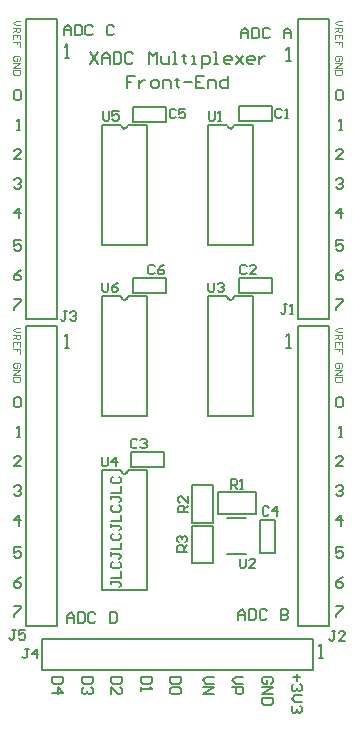
<source format=gto>
G04*
G04 #@! TF.GenerationSoftware,Altium Limited,Altium Designer,21.4.1 (30)*
G04*
G04 Layer_Color=65535*
%FSLAX25Y25*%
%MOIN*%
G70*
G04*
G04 #@! TF.SameCoordinates,DAFBEC02-1197-4843-953F-D25F05510CB2*
G04*
G04*
G04 #@! TF.FilePolarity,Positive*
G04*
G01*
G75*
%ADD10C,0.00787*%
%ADD11C,0.00394*%
%ADD12C,0.00591*%
%ADD13C,0.00602*%
D10*
X16466Y80039D02*
X16833Y79155D01*
X17717Y78789D01*
X18600Y79155D01*
X18967Y80039D01*
X-18967D02*
X-18600Y79155D01*
X-17717Y78789D01*
X-16833Y79155D01*
X-16466Y80039D01*
X16466Y22953D02*
X16833Y22069D01*
X17717Y21703D01*
X18600Y22069D01*
X18967Y22953D01*
X-18967D02*
X-18600Y22069D01*
X-17717Y21703D01*
X-16833Y22069D01*
X-16466Y22953D01*
X-18967Y-35118D02*
X-18600Y-36002D01*
X-17717Y-36368D01*
X-16833Y-36002D01*
X-16466Y-35118D01*
X16535Y-50984D02*
X22835D01*
X16535Y-63189D02*
X22835D01*
X20472Y81299D02*
Y86417D01*
Y81299D02*
X31496D01*
Y86417D01*
X20472D02*
X31496D01*
X20472Y28937D02*
X31496D01*
Y23819D02*
Y28937D01*
X20472Y23819D02*
X31496D01*
X20472D02*
Y28937D01*
X-15453Y-34154D02*
Y-29035D01*
Y-34154D02*
X-4429D01*
Y-29035D01*
X-15453D02*
X-4429D01*
X27362Y-62598D02*
Y-51575D01*
X32480D01*
Y-62598D02*
Y-51575D01*
X27362Y-62598D02*
X32480D01*
X-14961Y80905D02*
Y86024D01*
Y80905D02*
X-3937D01*
Y86024D01*
X-14961D02*
X-3937D01*
X-14961Y28937D02*
X-3937D01*
Y23819D02*
Y28937D01*
X-14961Y23819D02*
X-3937D01*
X-14961D02*
Y28937D01*
X-50394Y115354D02*
X-40157D01*
Y15354D02*
Y115354D01*
X-50394Y15354D02*
X-40157D01*
X-50394D02*
Y115354D01*
X40157D02*
X50394D01*
Y15354D02*
Y115354D01*
X40157Y15354D02*
X50394D01*
X40157D02*
Y115354D01*
X10236Y39961D02*
X25197D01*
Y79646D01*
X18967Y80039D02*
X25197D01*
X10236Y39961D02*
Y79646D01*
Y80039D02*
X16466D01*
X-25197D02*
X-18967D01*
X-25197Y39961D02*
Y79646D01*
X-16466Y80039D02*
X-10236D01*
Y39961D02*
Y79646D01*
X-25197Y39961D02*
X-10236D01*
X-50394Y12992D02*
X-40157D01*
Y-87008D02*
Y12992D01*
X-50394Y-87008D02*
X-40157D01*
X-50394D02*
Y12992D01*
X40157D02*
X50394D01*
Y-87008D02*
Y12992D01*
X40157Y-87008D02*
X50394D01*
X40157D02*
Y12992D01*
X10236Y22953D02*
X16466D01*
X10236Y-17126D02*
Y22559D01*
X18967Y22953D02*
X25197D01*
Y-17126D02*
Y22559D01*
X10236Y-17126D02*
X25197D01*
X-25197D02*
X-10236D01*
Y22559D01*
X-16466Y22953D02*
X-10236D01*
X-25197Y-17126D02*
Y22559D01*
Y22953D02*
X-18967D01*
X-25197Y-75197D02*
X-10236D01*
Y-35512D01*
X-16466Y-35118D02*
X-10236D01*
X-25197Y-75197D02*
Y-35512D01*
Y-35118D02*
X-18967D01*
X13386Y-49606D02*
X25984D01*
Y-42520D01*
X13386D02*
X25984D01*
X13386Y-49606D02*
Y-42520D01*
X4724Y-52756D02*
Y-40157D01*
Y-52756D02*
X11811D01*
Y-40157D01*
X4724D02*
X11811D01*
Y-66142D02*
Y-53543D01*
X4724D02*
X11811D01*
X4724Y-66142D02*
Y-53543D01*
Y-66142D02*
X11811D01*
X45118Y-101575D02*
Y-91339D01*
X-45039Y-101575D02*
X45118D01*
X-45039D02*
Y-91339D01*
X45118D01*
X-29190Y104183D02*
X-26566Y100247D01*
Y104183D02*
X-29190Y100247D01*
X-25254D02*
Y102871D01*
X-23942Y104183D01*
X-22630Y102871D01*
Y100247D01*
Y102215D01*
X-25254D01*
X-21319Y104183D02*
Y100247D01*
X-19351D01*
X-18695Y100903D01*
Y103527D01*
X-19351Y104183D01*
X-21319D01*
X-14759Y103527D02*
X-15415Y104183D01*
X-16727D01*
X-17383Y103527D01*
Y100903D01*
X-16727Y100247D01*
X-15415D01*
X-14759Y100903D01*
X-9511Y100247D02*
Y104183D01*
X-8200Y102871D01*
X-6887Y104183D01*
Y100247D01*
X-5576Y102871D02*
Y100903D01*
X-4920Y100247D01*
X-2952D01*
Y102871D01*
X-1640Y100247D02*
X-328D01*
X-984D01*
Y104183D01*
X-1640D01*
X2296Y103527D02*
Y102871D01*
X1640D01*
X2952D01*
X2296D01*
Y100903D01*
X2952Y100247D01*
X4920D02*
X6232D01*
X5576D01*
Y102871D01*
X4920D01*
X8200Y98936D02*
Y102871D01*
X10167D01*
X10823Y102215D01*
Y100903D01*
X10167Y100247D01*
X8200D01*
X12135D02*
X13447D01*
X12791D01*
Y104183D01*
X12135D01*
X17383Y100247D02*
X16071D01*
X15415Y100903D01*
Y102215D01*
X16071Y102871D01*
X17383D01*
X18039Y102215D01*
Y101559D01*
X15415D01*
X19351Y102871D02*
X21974Y100247D01*
X20663Y101559D01*
X21974Y102871D01*
X19351Y100247D01*
X25254D02*
X23942D01*
X23287Y100903D01*
Y102215D01*
X23942Y102871D01*
X25254D01*
X25910Y102215D01*
Y101559D01*
X23287D01*
X27222Y102871D02*
Y100247D01*
Y101559D01*
X27878Y102215D01*
X28534Y102871D01*
X29190D01*
X-14103Y96259D02*
X-16727D01*
Y94291D01*
X-15415D01*
X-16727D01*
Y92323D01*
X-12791Y94947D02*
Y92323D01*
Y93635D01*
X-12135Y94291D01*
X-11479Y94947D01*
X-10823D01*
X-8200Y92323D02*
X-6887D01*
X-6232Y92979D01*
Y94291D01*
X-6887Y94947D01*
X-8200D01*
X-8855Y94291D01*
Y92979D01*
X-8200Y92323D01*
X-4920D02*
Y94947D01*
X-2952D01*
X-2296Y94291D01*
Y92323D01*
X-328Y95603D02*
Y94947D01*
X-984D01*
X328D01*
X-328D01*
Y92979D01*
X328Y92323D01*
X2296Y94291D02*
X4920D01*
X8855Y96259D02*
X6232D01*
Y92323D01*
X8855D01*
X6232Y94291D02*
X7543D01*
X10167Y92323D02*
Y94947D01*
X12135D01*
X12791Y94291D01*
Y92323D01*
X16727Y96259D02*
Y92323D01*
X14759D01*
X14103Y92979D01*
Y94291D01*
X14759Y94947D01*
X16727D01*
X-37598Y102165D02*
X-36024D01*
X-36811D01*
Y106888D01*
X-37598Y106101D01*
X36220Y101181D02*
X37795D01*
X37008D01*
Y105904D01*
X36220Y105117D01*
X-37598Y5709D02*
X-36024D01*
X-36811D01*
Y10431D01*
X-37598Y9644D01*
X36220Y5709D02*
X37795D01*
X37008D01*
Y10432D01*
X36220Y9644D01*
X47047Y-97638D02*
X48621D01*
X47834D01*
Y-92915D01*
X47047Y-93702D01*
D11*
X-52363Y114764D02*
X-53937D01*
X-54724Y113977D01*
X-53937Y113189D01*
X-52363D01*
X-54724Y112402D02*
X-52363D01*
Y111222D01*
X-52757Y110828D01*
X-53544D01*
X-53937Y111222D01*
Y112402D01*
Y111615D02*
X-54724Y110828D01*
X-52363Y108467D02*
Y110041D01*
X-54724D01*
Y108467D01*
X-53544Y110041D02*
Y109254D01*
X-52363Y106105D02*
Y107679D01*
X-53544D01*
Y106892D01*
Y107679D01*
X-54724D01*
X-52363Y12402D02*
X-53937D01*
X-54724Y11614D01*
X-53937Y10827D01*
X-52363D01*
X-54724Y10040D02*
X-52363D01*
Y8859D01*
X-52757Y8466D01*
X-53544D01*
X-53937Y8859D01*
Y10040D01*
Y9253D02*
X-54724Y8466D01*
X-52363Y6104D02*
Y7679D01*
X-54724D01*
Y6104D01*
X-53544Y7679D02*
Y6892D01*
X-52363Y3743D02*
Y5317D01*
X-53544D01*
Y4530D01*
Y5317D01*
X-54724D01*
X54527Y101378D02*
X54921Y101772D01*
Y102559D01*
X54527Y102953D01*
X52953D01*
X52559Y102559D01*
Y101772D01*
X52953Y101378D01*
X53740D01*
Y102166D01*
X52559Y100591D02*
X54921D01*
X52559Y99017D01*
X54921D01*
Y98230D02*
X52559D01*
Y97049D01*
X52953Y96656D01*
X54527D01*
X54921Y97049D01*
Y98230D01*
Y12402D02*
X53346D01*
X52559Y11614D01*
X53346Y10827D01*
X54921D01*
X52559Y10040D02*
X54921D01*
Y8859D01*
X54527Y8466D01*
X53740D01*
X53346Y8859D01*
Y10040D01*
Y9253D02*
X52559Y8466D01*
X54921Y6104D02*
Y7679D01*
X52559D01*
Y6104D01*
X53740Y7679D02*
Y6892D01*
X54921Y3743D02*
Y5317D01*
X53740D01*
Y4530D01*
Y5317D01*
X52559D01*
X-52757Y-984D02*
X-52363Y-590D01*
Y197D01*
X-52757Y591D01*
X-54331D01*
X-54724Y197D01*
Y-590D01*
X-54331Y-984D01*
X-53544D01*
Y-197D01*
X-54724Y-1771D02*
X-52363D01*
X-54724Y-3345D01*
X-52363D01*
Y-4132D02*
X-54724D01*
Y-5313D01*
X-54331Y-5707D01*
X-52757D01*
X-52363Y-5313D01*
Y-4132D01*
X54527Y-984D02*
X54921Y-590D01*
Y197D01*
X54527Y591D01*
X52953D01*
X52559Y197D01*
Y-590D01*
X52953Y-984D01*
X53740D01*
Y-197D01*
X52559Y-1771D02*
X54921D01*
X52559Y-3345D01*
X54921D01*
Y-4132D02*
X52559D01*
Y-5313D01*
X52953Y-5707D01*
X54527D01*
X54921Y-5313D01*
Y-4132D01*
X-52757Y101379D02*
X-52363Y101772D01*
Y102559D01*
X-52757Y102953D01*
X-54331D01*
X-54724Y102559D01*
Y101772D01*
X-54331Y101379D01*
X-53544D01*
Y102166D01*
X-54724Y100591D02*
X-52363D01*
X-54724Y99017D01*
X-52363D01*
Y98230D02*
X-54724D01*
Y97049D01*
X-54331Y96656D01*
X-52757D01*
X-52363Y97049D01*
Y98230D01*
X54921Y114764D02*
X53346D01*
X52559Y113977D01*
X53346Y113189D01*
X54921D01*
X52559Y112402D02*
X54921D01*
Y111222D01*
X54527Y110828D01*
X53740D01*
X53346Y111222D01*
Y112402D01*
Y111615D02*
X52559Y110828D01*
X54921Y108467D02*
Y110041D01*
X52559D01*
Y108467D01*
X53740Y110041D02*
Y109254D01*
X54921Y106105D02*
Y107679D01*
X53740D01*
Y106892D01*
Y107679D01*
X52559D01*
D12*
X-54528Y-11221D02*
X-53937Y-10631D01*
X-52757D01*
X-52166Y-11221D01*
Y-13583D01*
X-52757Y-14173D01*
X-53937D01*
X-54528Y-13583D01*
Y-11221D01*
Y21849D02*
X-52166D01*
Y21259D01*
X-54528Y18898D01*
Y18307D01*
X54527Y-53543D02*
Y-50001D01*
X52756Y-51772D01*
X55117D01*
X-54528Y61613D02*
X-53937Y62204D01*
X-52757D01*
X-52166Y61613D01*
Y61023D01*
X-52757Y60432D01*
X-53347D01*
X-52757D01*
X-52166Y59842D01*
Y59252D01*
X-52757Y58661D01*
X-53937D01*
X-54528Y59252D01*
X-22046Y-71976D02*
Y-73026D01*
Y-72501D01*
X-19422D01*
X-18898Y-73026D01*
Y-73551D01*
X-19422Y-74075D01*
X-22046Y-70927D02*
X-18898D01*
Y-68828D01*
X-21521Y-65679D02*
X-22046Y-66204D01*
Y-67254D01*
X-21521Y-67778D01*
X-19422D01*
X-18898Y-67254D01*
Y-66204D01*
X-19422Y-65679D01*
X-22046Y-62531D02*
Y-63580D01*
Y-63055D01*
X-19422D01*
X-18898Y-63580D01*
Y-64105D01*
X-19422Y-64630D01*
X-22046Y-61481D02*
X-18898D01*
Y-59382D01*
X-21521Y-56233D02*
X-22046Y-56758D01*
Y-57808D01*
X-21521Y-58333D01*
X-19422D01*
X-18898Y-57808D01*
Y-56758D01*
X-19422Y-56233D01*
X-22046Y-53085D02*
Y-54134D01*
Y-53610D01*
X-19422D01*
X-18898Y-54134D01*
Y-54659D01*
X-19422Y-55184D01*
X-22046Y-52035D02*
X-18898D01*
Y-49936D01*
X-21521Y-46788D02*
X-22046Y-47312D01*
Y-48362D01*
X-21521Y-48887D01*
X-19422D01*
X-18898Y-48362D01*
Y-47312D01*
X-19422Y-46788D01*
X-22046Y-43639D02*
Y-44689D01*
Y-44164D01*
X-19422D01*
X-18898Y-44689D01*
Y-45213D01*
X-19422Y-45738D01*
X-22046Y-42590D02*
X-18898D01*
Y-40490D01*
X-21521Y-37342D02*
X-22046Y-37867D01*
Y-38916D01*
X-21521Y-39441D01*
X-19422D01*
X-18898Y-38916D01*
Y-37867D01*
X-19422Y-37342D01*
X-37795Y109843D02*
Y112204D01*
X-36615Y113385D01*
X-35434Y112204D01*
Y109843D01*
Y111614D01*
X-37795D01*
X-34253Y113385D02*
Y109843D01*
X-32482D01*
X-31892Y110433D01*
Y112794D01*
X-32482Y113385D01*
X-34253D01*
X-28350Y112794D02*
X-28940Y113385D01*
X-30121D01*
X-30711Y112794D01*
Y110433D01*
X-30121Y109843D01*
X-28940D01*
X-28350Y110433D01*
X-21265Y112794D02*
X-21856Y113385D01*
X-23036D01*
X-23627Y112794D01*
Y110433D01*
X-23036Y109843D01*
X-21856D01*
X-21265Y110433D01*
X55117Y68504D02*
X52756D01*
X55117Y70865D01*
Y71456D01*
X54527Y72046D01*
X53346D01*
X52756Y71456D01*
X1180Y-103937D02*
X-2362D01*
Y-105708D01*
X-1772Y-106298D01*
X590D01*
X1180Y-105708D01*
Y-103937D01*
X590Y-107479D02*
X1180Y-108070D01*
Y-109250D01*
X590Y-109841D01*
X-1772D01*
X-2362Y-109250D01*
Y-108070D01*
X-1772Y-107479D01*
X590D01*
X21260Y108858D02*
Y111220D01*
X22441Y112400D01*
X23621Y111220D01*
Y108858D01*
Y110629D01*
X21260D01*
X24802Y112400D02*
Y108858D01*
X26573D01*
X27163Y109449D01*
Y111810D01*
X26573Y112400D01*
X24802D01*
X30706Y111810D02*
X30115Y112400D01*
X28934D01*
X28344Y111810D01*
Y109449D01*
X28934Y108858D01*
X30115D01*
X30706Y109449D01*
X35429Y108858D02*
Y111220D01*
X36609Y112400D01*
X37790Y111220D01*
Y108858D01*
Y110629D01*
X35429D01*
X-36811Y-86024D02*
Y-83662D01*
X-35630Y-82481D01*
X-34450Y-83662D01*
Y-86024D01*
Y-84253D01*
X-36811D01*
X-33269Y-82481D02*
Y-86024D01*
X-31498D01*
X-30907Y-85433D01*
Y-83072D01*
X-31498Y-82481D01*
X-33269D01*
X-27365Y-83072D02*
X-27956Y-82481D01*
X-29136D01*
X-29727Y-83072D01*
Y-85433D01*
X-29136Y-86024D01*
X-27956D01*
X-27365Y-85433D01*
X-22642Y-82481D02*
Y-86024D01*
X-20871D01*
X-20281Y-85433D01*
Y-83072D01*
X-20871Y-82481D01*
X-22642D01*
X-28348Y-103937D02*
X-31890D01*
Y-105708D01*
X-31299Y-106298D01*
X-28938D01*
X-28348Y-105708D01*
Y-103937D01*
X-28938Y-107479D02*
X-28348Y-108070D01*
Y-109250D01*
X-28938Y-109841D01*
X-29528D01*
X-30119Y-109250D01*
Y-108660D01*
Y-109250D01*
X-30709Y-109841D01*
X-31299D01*
X-31890Y-109250D01*
Y-108070D01*
X-31299Y-107479D01*
X-38190Y-103937D02*
X-41732D01*
Y-105708D01*
X-41142Y-106298D01*
X-38781D01*
X-38190Y-105708D01*
Y-103937D01*
X-41732Y-109250D02*
X-38190D01*
X-39961Y-107479D01*
Y-109841D01*
X52756Y91141D02*
X53346Y91731D01*
X54527D01*
X55117Y91141D01*
Y88779D01*
X54527Y88189D01*
X53346D01*
X52756Y88779D01*
Y91141D01*
Y-80513D02*
X55117D01*
Y-81103D01*
X52756Y-83465D01*
Y-84055D01*
X55117Y41534D02*
X52756D01*
Y39763D01*
X53937Y40354D01*
X54527D01*
X55117Y39763D01*
Y38583D01*
X54527Y37992D01*
X53346D01*
X52756Y38583D01*
X55117Y-60828D02*
X52756D01*
Y-62599D01*
X53937Y-62009D01*
X54527D01*
X55117Y-62599D01*
Y-63780D01*
X54527Y-64370D01*
X53346D01*
X52756Y-63780D01*
X55117Y31692D02*
X53937Y31101D01*
X52756Y29921D01*
Y28740D01*
X53346Y28150D01*
X54527D01*
X55117Y28740D01*
Y29330D01*
X54527Y29921D01*
X52756D01*
X-8663Y-103937D02*
X-12205D01*
Y-105708D01*
X-11614Y-106298D01*
X-9253D01*
X-8663Y-105708D01*
Y-103937D01*
X-12205Y-107479D02*
Y-108660D01*
Y-108070D01*
X-8663D01*
X-9253Y-107479D01*
X53740Y78347D02*
X54921D01*
X54330D01*
Y81889D01*
X53740Y81298D01*
X-54528Y-40749D02*
X-53937Y-40159D01*
X-52757D01*
X-52166Y-40749D01*
Y-41339D01*
X-52757Y-41930D01*
X-53347D01*
X-52757D01*
X-52166Y-42520D01*
Y-43110D01*
X-52757Y-43701D01*
X-53937D01*
X-54528Y-43110D01*
X-52166Y41534D02*
X-54528D01*
Y39763D01*
X-53347Y40354D01*
X-52757D01*
X-52166Y39763D01*
Y38583D01*
X-52757Y37992D01*
X-53937D01*
X-54528Y38583D01*
X55117Y-70670D02*
X53937Y-71261D01*
X52756Y-72442D01*
Y-73622D01*
X53346Y-74213D01*
X54527D01*
X55117Y-73622D01*
Y-73032D01*
X54527Y-72442D01*
X52756D01*
X-52166Y-33858D02*
X-54528D01*
X-52166Y-31497D01*
Y-30907D01*
X-52757Y-30316D01*
X-53937D01*
X-54528Y-30907D01*
Y91141D02*
X-53937Y91731D01*
X-52757D01*
X-52166Y91141D01*
Y88779D01*
X-52757Y88189D01*
X-53937D01*
X-54528Y88779D01*
Y91141D01*
X-52757Y-53543D02*
Y-50001D01*
X-54528Y-51772D01*
X-52166D01*
X20276Y-85039D02*
Y-82678D01*
X21456Y-81497D01*
X22637Y-82678D01*
Y-85039D01*
Y-83268D01*
X20276D01*
X23818Y-81497D02*
Y-85039D01*
X25589D01*
X26179Y-84449D01*
Y-82088D01*
X25589Y-81497D01*
X23818D01*
X29721Y-82088D02*
X29131Y-81497D01*
X27950D01*
X27360Y-82088D01*
Y-84449D01*
X27950Y-85039D01*
X29131D01*
X29721Y-84449D01*
X34444Y-81497D02*
Y-85039D01*
X36215D01*
X36806Y-84449D01*
Y-83859D01*
X36215Y-83268D01*
X34444D01*
X36215D01*
X36806Y-82678D01*
Y-82088D01*
X36215Y-81497D01*
X34444D01*
X52756Y-11221D02*
X53346Y-10631D01*
X54527D01*
X55117Y-11221D01*
Y-13583D01*
X54527Y-14173D01*
X53346D01*
X52756Y-13583D01*
Y-11221D01*
Y61613D02*
X53346Y62204D01*
X54527D01*
X55117Y61613D01*
Y61023D01*
X54527Y60432D01*
X53937D01*
X54527D01*
X55117Y59842D01*
Y59252D01*
X54527Y58661D01*
X53346D01*
X52756Y59252D01*
Y21849D02*
X55117D01*
Y21259D01*
X52756Y18897D01*
Y18307D01*
X39763Y-102953D02*
Y-105314D01*
X40944Y-104133D02*
X38583D01*
X40944Y-106495D02*
X41534Y-107085D01*
Y-108266D01*
X40944Y-108856D01*
X40354D01*
X39763Y-108266D01*
Y-107676D01*
Y-108266D01*
X39173Y-108856D01*
X38583D01*
X37992Y-108266D01*
Y-107085D01*
X38583Y-106495D01*
X41534Y-110037D02*
X39173D01*
X37992Y-111218D01*
X39173Y-112399D01*
X41534D01*
X40944Y-113579D02*
X41534Y-114170D01*
Y-115350D01*
X40944Y-115941D01*
X40354D01*
X39763Y-115350D01*
Y-114760D01*
Y-115350D01*
X39173Y-115941D01*
X38583D01*
X37992Y-115350D01*
Y-114170D01*
X38583Y-113579D01*
X53740Y-24016D02*
X54921D01*
X54330D01*
Y-20474D01*
X53740Y-21064D01*
X-52166Y31692D02*
X-53347Y31101D01*
X-54528Y29921D01*
Y28740D01*
X-53937Y28150D01*
X-52757D01*
X-52166Y28740D01*
Y29330D01*
X-52757Y29921D01*
X-54528D01*
X-53543Y-24016D02*
X-52363D01*
X-52953D01*
Y-20474D01*
X-53543Y-21064D01*
X-18505Y-103937D02*
X-22047D01*
Y-105708D01*
X-21457Y-106298D01*
X-19095D01*
X-18505Y-105708D01*
Y-103937D01*
X-22047Y-109841D02*
Y-107479D01*
X-19686Y-109841D01*
X-19095D01*
X-18505Y-109250D01*
Y-108070D01*
X-19095Y-107479D01*
X52756Y-40749D02*
X53346Y-40159D01*
X54527D01*
X55117Y-40749D01*
Y-41339D01*
X54527Y-41930D01*
X53937D01*
X54527D01*
X55117Y-42520D01*
Y-43110D01*
X54527Y-43701D01*
X53346D01*
X52756Y-43110D01*
X54527Y48819D02*
Y52361D01*
X52756Y50590D01*
X55117D01*
X-52166Y-60828D02*
X-54528D01*
Y-62599D01*
X-53347Y-62009D01*
X-52757D01*
X-52166Y-62599D01*
Y-63780D01*
X-52757Y-64370D01*
X-53937D01*
X-54528Y-63780D01*
X12007Y-103937D02*
X9645D01*
X8465Y-105118D01*
X9645Y-106298D01*
X12007D01*
X8465Y-107479D02*
X12007D01*
X8465Y-109841D01*
X12007D01*
X31101Y-106298D02*
X31692Y-105708D01*
Y-104527D01*
X31101Y-103937D01*
X28740D01*
X28150Y-104527D01*
Y-105708D01*
X28740Y-106298D01*
X29921D01*
Y-105118D01*
X28150Y-107479D02*
X31692D01*
X28150Y-109841D01*
X31692D01*
Y-111021D02*
X28150D01*
Y-112792D01*
X28740Y-113383D01*
X31101D01*
X31692Y-112792D01*
Y-111021D01*
X21849Y-103937D02*
X19488D01*
X18307Y-105118D01*
X19488Y-106298D01*
X21849D01*
X18307Y-107479D02*
X21849D01*
Y-109250D01*
X21259Y-109841D01*
X20078D01*
X19488Y-109250D01*
Y-107479D01*
X-52166Y68504D02*
X-54528D01*
X-52166Y70865D01*
Y71456D01*
X-52757Y72046D01*
X-53937D01*
X-54528Y71456D01*
X-52757Y48819D02*
Y52361D01*
X-54528Y50590D01*
X-52166D01*
X-53543Y78347D02*
X-52363D01*
X-52953D01*
Y81889D01*
X-53543Y81298D01*
X-54528Y-80513D02*
X-52166D01*
Y-81103D01*
X-54528Y-83465D01*
Y-84055D01*
X-52166Y-70670D02*
X-53347Y-71261D01*
X-54528Y-72442D01*
Y-73622D01*
X-53937Y-74213D01*
X-52757D01*
X-52166Y-73622D01*
Y-73032D01*
X-52757Y-72442D01*
X-54528D01*
X55117Y-33858D02*
X52756D01*
X55117Y-31497D01*
Y-30907D01*
X54527Y-30316D01*
X53346D01*
X52756Y-30907D01*
D13*
X-525Y84809D02*
X-1049Y85334D01*
X-2099D01*
X-2624Y84809D01*
Y82710D01*
X-2099Y82186D01*
X-1049D01*
X-525Y82710D01*
X2624Y85334D02*
X525D01*
Y83760D01*
X1574Y84285D01*
X2099D01*
X2624Y83760D01*
Y82710D01*
X2099Y82186D01*
X1049D01*
X525Y82710D01*
X-36844Y17815D02*
X-37893D01*
X-37368D01*
Y15191D01*
X-37893Y14666D01*
X-38418D01*
X-38943Y15191D01*
X-35794Y17290D02*
X-35269Y17815D01*
X-34220D01*
X-33695Y17290D01*
Y16765D01*
X-34220Y16240D01*
X-34745D01*
X-34220D01*
X-33695Y15715D01*
Y15191D01*
X-34220Y14666D01*
X-35269D01*
X-35794Y15191D01*
X36417Y20177D02*
X35368D01*
X35893D01*
Y17553D01*
X35368Y17028D01*
X34843D01*
X34318Y17553D01*
X37467Y17028D02*
X38516D01*
X37992D01*
Y20177D01*
X37467Y19652D01*
X34744Y84908D02*
X34219Y85433D01*
X33170D01*
X32645Y84908D01*
Y82809D01*
X33170Y82284D01*
X34219D01*
X34744Y82809D01*
X35794Y82284D02*
X36843D01*
X36318D01*
Y85433D01*
X35794Y84908D01*
X10401Y84547D02*
Y81923D01*
X10926Y81398D01*
X11975D01*
X12500Y81923D01*
Y84547D01*
X13550Y81398D02*
X14599D01*
X14074D01*
Y84547D01*
X13550Y84022D01*
X-24868Y84547D02*
Y81923D01*
X-24343Y81398D01*
X-23294D01*
X-22769Y81923D01*
Y84547D01*
X-19620D02*
X-21719D01*
Y82973D01*
X-20670Y83497D01*
X-20145D01*
X-19620Y82973D01*
Y81923D01*
X-20145Y81398D01*
X-21195D01*
X-21719Y81923D01*
X-53970Y-88485D02*
X-55019D01*
X-54494D01*
Y-91109D01*
X-55019Y-91633D01*
X-55544D01*
X-56069Y-91109D01*
X-50821Y-88485D02*
X-52920D01*
Y-90059D01*
X-51871Y-89534D01*
X-51346D01*
X-50821Y-90059D01*
Y-91109D01*
X-51346Y-91633D01*
X-52395D01*
X-52920Y-91109D01*
X52625Y-88780D02*
X51575D01*
X52100D01*
Y-91404D01*
X51575Y-91929D01*
X51051D01*
X50526Y-91404D01*
X55773Y-91929D02*
X53674D01*
X55773Y-89830D01*
Y-89305D01*
X55249Y-88780D01*
X54199D01*
X53674Y-89305D01*
X22999Y32841D02*
X22474Y33366D01*
X21425D01*
X20900Y32841D01*
Y30742D01*
X21425Y30217D01*
X22474D01*
X22999Y30742D01*
X26147Y30217D02*
X24048D01*
X26147Y32316D01*
Y32841D01*
X25623Y33366D01*
X24573D01*
X24048Y32841D01*
X10171Y27460D02*
Y24836D01*
X10696Y24311D01*
X11746D01*
X12270Y24836D01*
Y27460D01*
X13320Y26935D02*
X13845Y27460D01*
X14894D01*
X15419Y26935D01*
Y26411D01*
X14894Y25886D01*
X14370D01*
X14894D01*
X15419Y25361D01*
Y24836D01*
X14894Y24311D01*
X13845D01*
X13320Y24836D01*
X-7611Y32841D02*
X-8136Y33366D01*
X-9186D01*
X-9710Y32841D01*
Y30742D01*
X-9186Y30217D01*
X-8136D01*
X-7611Y30742D01*
X-4463Y33366D02*
X-5512Y32841D01*
X-6562Y31791D01*
Y30742D01*
X-6037Y30217D01*
X-4987D01*
X-4463Y30742D01*
Y31267D01*
X-4987Y31791D01*
X-6562D01*
X-25163Y27460D02*
Y24836D01*
X-24638Y24311D01*
X-23589D01*
X-23064Y24836D01*
Y27460D01*
X-19916D02*
X-20965Y26935D01*
X-22015Y25886D01*
Y24836D01*
X-21490Y24311D01*
X-20440D01*
X-19916Y24836D01*
Y25361D01*
X-20440Y25886D01*
X-22015D01*
X-13419Y-25132D02*
X-13943Y-24607D01*
X-14993D01*
X-15518Y-25132D01*
Y-27231D01*
X-14993Y-27755D01*
X-13943D01*
X-13419Y-27231D01*
X-12369Y-25132D02*
X-11844Y-24607D01*
X-10795D01*
X-10270Y-25132D01*
Y-25656D01*
X-10795Y-26181D01*
X-11319D01*
X-10795D01*
X-10270Y-26706D01*
Y-27231D01*
X-10795Y-27755D01*
X-11844D01*
X-12369Y-27231D01*
X-25262Y-30709D02*
Y-33333D01*
X-24737Y-33858D01*
X-23687D01*
X-23163Y-33333D01*
Y-30709D01*
X-20539Y-33858D02*
Y-30709D01*
X-22113Y-32283D01*
X-20014D01*
X20703Y-64567D02*
Y-67191D01*
X21228Y-67716D01*
X22277D01*
X22802Y-67191D01*
Y-64567D01*
X25951Y-67716D02*
X23852D01*
X25951Y-65617D01*
Y-65092D01*
X25426Y-64567D01*
X24376D01*
X23852Y-65092D01*
X30479Y-47671D02*
X29954Y-47146D01*
X28905D01*
X28380Y-47671D01*
Y-49770D01*
X28905Y-50295D01*
X29954D01*
X30479Y-49770D01*
X33103Y-50295D02*
Y-47146D01*
X31529Y-48720D01*
X33628D01*
X17783Y-41240D02*
Y-38091D01*
X19357D01*
X19882Y-38616D01*
Y-39665D01*
X19357Y-40190D01*
X17783D01*
X18832D02*
X19882Y-41240D01*
X20931D02*
X21981D01*
X21456D01*
Y-38091D01*
X20931Y-38616D01*
X3346Y-49081D02*
X197D01*
Y-47506D01*
X722Y-46981D01*
X1772D01*
X2296Y-47506D01*
Y-49081D01*
Y-48031D02*
X3346Y-46981D01*
Y-43833D02*
Y-45932D01*
X1247Y-43833D01*
X722D01*
X197Y-44358D01*
Y-45407D01*
X722Y-45932D01*
X3051Y-62270D02*
X-98D01*
Y-60695D01*
X427Y-60170D01*
X1476D01*
X2001Y-60695D01*
Y-62270D01*
Y-61220D02*
X3051Y-60170D01*
X427Y-59121D02*
X-98Y-58596D01*
Y-57547D01*
X427Y-57022D01*
X952D01*
X1476Y-57547D01*
Y-58071D01*
Y-57547D01*
X2001Y-57022D01*
X2526D01*
X3051Y-57547D01*
Y-58596D01*
X2526Y-59121D01*
X-49639Y-94686D02*
X-50688D01*
X-50164D01*
Y-97309D01*
X-50688Y-97834D01*
X-51213D01*
X-51738Y-97309D01*
X-47015Y-97834D02*
Y-94686D01*
X-48589Y-96260D01*
X-46490D01*
M02*

</source>
